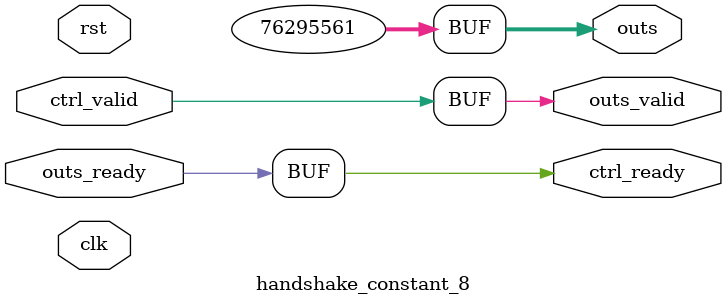
<source format=v>
`timescale 1ns / 1ps
module handshake_constant_8 #(
  parameter DATA_WIDTH = 32  // Default set to 32 bits
) (
  input                       clk,
  input                       rst,
  // Input Channel
  input                       ctrl_valid,
  output                      ctrl_ready,
  // Output Channel
  output [DATA_WIDTH - 1 : 0] outs,
  output                      outs_valid,
  input                       outs_ready
);
  assign outs       = 27'b100100011000010110110001001;
  assign outs_valid = ctrl_valid;
  assign ctrl_ready = outs_ready;

endmodule

</source>
